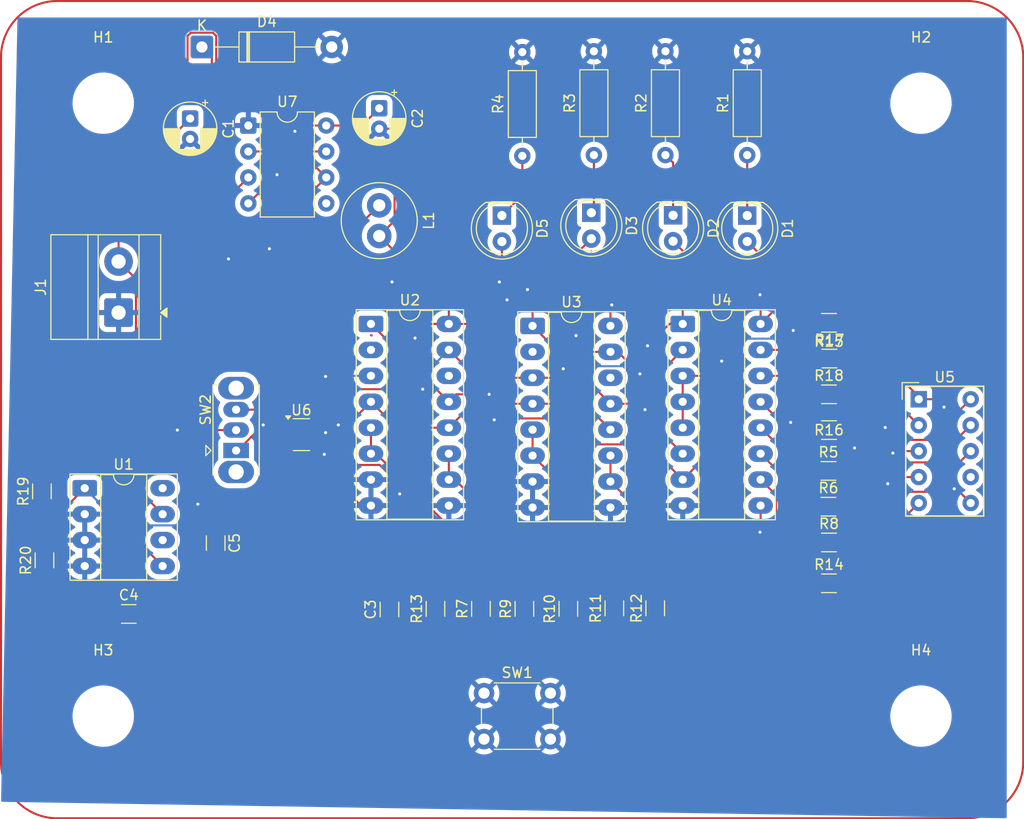
<source format=kicad_pcb>
(kicad_pcb (version 20241229) (generator "pcbnew") (generator_version "9.0")
  (layers (0 "F.Cu" signal) (2 "B.Cu" signal) (13 "F.Paste" user) (15 "B.Paste" user) (5 "F.SilkS" user "F.Silkscreen") (7 "B.SilkS" user "B.Silkscreen") (1 "F.Mask" user) (3 "B.Mask" user) (25 "Edge.Cuts" user))
  (net 0 "")
  (net 1 "VD")
  (net 2 "GND")
  (net 3 "+5V")
  (net 4 "Net-(D1-K)")
  (net 5 "Q0")
  (net 6 "Q1")
  (net 7 "Net-(D2-K)")
  (net 8 "Q2")
  (net 9 "Net-(D3-K)")
  (net 10 "Net-(D4-K)")
  (net 11 "Net-(D5-K)")
  (net 12 "Q3")
  (net 15 "Clock")
  (net 17 "Reset")
  (net 18 "Net-(U2A-J)")
  (net 19 "Net-(U2B-J)")
  (net 23 "Net-(U3B-J)")
  (net 24 "Net-(U3A-J)")
  (net 25 "Net-(U5-B)")
  (net 26 "Net-(U5-E)")
  (net 27 "Net-(U5-F)")
  (net 28 "Net-(U5-G)")
  (net 29 "Net-(U5-C)")
  (net 30 "Net-(U5-A)")
  (net 31 "Net-(U5-D)")
  (net 33 "Net-(U7-DIS)")
  (net 35 "Net-(U7-THR)")
  (net 36 "555")
  (net 37 "Net-(SW2-A)")
  (net 38 "Net-(U4-a)")
  (net 39 "Net-(U4-b)")
  (net 40 "Net-(U4-c)")
  (net 41 "Net-(R13-Pad1)")
  (net 42 "Net-(U4-d)")
  (net 43 "Net-(U4-BI)")
  (net 44 "Net-(U4-e)")
  (net 45 "Net-(U4-f)")
  (net 46 "Net-(U4-g)")
  (footprint "Inductor_THT:L_Radial_D7.2mm_P3.00mm_Murata_1700" (layer "F.Cu") (at 147 70 -90)
    (property "Reference" "L1")
    (property "Value" "330u")
  )
  (footprint "Diode_THT:D_DO-41_SOD81_P12.70mm_Horizontal" (layer "F.Cu") (at 129.65 54.5)
    (property "Reference" "D4")
    (property "Value" "11DQ06")
  )
  (footprint "Package_TO_SOT_SMD:SOT-23-6" (layer "F.Cu") (at 139.3875 92.45)
    (property "Reference" "U6")
    (property "Value" "~")
  )
  (footprint "Resistor_SMD:R_1206_3216Metric_Pad1.30x1.75mm_HandSolder" (layer "F.Cu") (at 190.95 96)
    (property "Reference" "R5")
    (property "Value" "2k")
  )
  (footprint "Package_DIP:DIP-8_W7.62mm_Socket_LongPads" (layer "F.Cu") (at 118.19 97.69)
    (property "Reference" "U1")
    (property "Value" "LM2574N-5")
  )
  (footprint "Resistor_SMD:R_1206_3216Metric_Pad1.30x1.75mm_HandSolder" (layer "F.Cu") (at 114 98 90)
    (property "Reference" "R19")
    (property "Value" "47k")
  )
  (footprint "Resistor_SMD:R_1206_3216Metric_Pad1.30x1.75mm_HandSolder" (layer "F.Cu") (at 156.95 109.5 90)
    (property "Reference" "R7")
    (property "Value" "10k")
  )
  (footprint "Button_Switch_THT:SW_Slide_SPDT_Straight_CK_OS102011MS2Q" (layer "F.Cu") (at 133 94 90)
    (property "Reference" "SW2")
    (property "Value" "~")
  )
  (footprint "Package_DIP:DIP-16_W7.62mm_Socket_LongPads" (layer "F.Cu") (at 146.19 81.61)
    (property "Reference" "U2")
    (property "Value" "4027")
  )
  (footprint "Display_7Segment:HDSP-7401" (layer "F.Cu") (at 199.7825 88.9825)
    (property "Reference" "U5")
    (property "Value" "HDSP-7401")
  )
  (footprint "Resistor_SMD:R_1206_3216Metric_Pad1.30x1.75mm_HandSolder" (layer "F.Cu") (at 191 92)
    (property "Reference" "R16")
    (property "Value" "2k")
  )
  (footprint "Resistor_SMD:R_1206_3216Metric_Pad1.30x1.75mm_HandSolder" (layer "F.Cu") (at 114.25 104.75 90)
    (property "Reference" "R20")
    (property "Value" "47k")
  )
  (footprint "Resistor_THT:R_Axial_DIN0207_L6.3mm_D2.5mm_P10.16mm_Horizontal" (layer "F.Cu") (at 161 65.16 90)
    (property "Reference" "R4")
    (property "Value" "4k7")
  )
  (footprint "Package_DIP:DIP-8_W7.62mm" (layer "F.Cu") (at 134.195 62.19)
    (property "Reference" "U7")
    (property "Value" "NE555P")
  )
  (footprint "Resistor_THT:R_Axial_DIN0207_L6.3mm_D2.5mm_P10.16mm_Horizontal" (layer "F.Cu") (at 168 65.08 90)
    (property "Reference" "R3")
    (property "Value" "4k7")
  )
  (footprint "Resistor_SMD:R_1206_3216Metric_Pad1.30x1.75mm_HandSolder" (layer "F.Cu") (at 191.05 85)
    (property "Reference" "R17")
    (property "Value" "2k")
  )
  (footprint "Button_Switch_THT:SW_PUSH_6mm_H4.3mm" (layer "F.Cu") (at 157.25 117.75)
    (property "Reference" "SW1")
    (property "Value" "~")
  )
  (footprint "Resistor_SMD:R_1206_3216Metric_Pad1.30x1.75mm_HandSolder" (layer "F.Cu") (at 191 107)
    (property "Reference" "R14")
    (property "Value" "2k")
  )
  (footprint "Resistor_SMD:R_1206_3216Metric_Pad1.30x1.75mm_HandSolder" (layer "F.Cu") (at 170 109.45 90)
    (property "Reference" "R11")
    (property "Value" "10k")
  )
  (footprint "LED_THT:LED_D5.0mm" (layer "F.Cu") (at 167.75 70.725 -90)
    (property "Reference" "D3")
    (property "Value" "LED")
  )
  (footprint "LED_THT:LED_D5.0mm" (layer "F.Cu") (at 175.75 70.975 -90)
    (property "Reference" "D2")
    (property "Value" "LED")
  )
  (footprint "Package_DIP:DIP-16_W7.62mm_Socket_LongPads" (layer "F.Cu") (at 162 81.8)
    (property "Reference" "U3")
    (property "Value" "4027")
  )
  (footprint "Capacitor_SMD:C_1206_3216Metric_Pad1.33x1.80mm_HandSolder" (layer "F.Cu") (at 131 103.0625 -90)
    (property "Reference" "C5")
    (property "Value" "10u")
  )
  (footprint "Capacitor_SMD:C_1206_3216Metric_Pad1.33x1.80mm_HandSolder" (layer "F.Cu") (at 148 109.5625 90)
    (property "Reference" "C3")
    (property "Value" "1u")
  )
  (footprint "Resistor_SMD:R_1206_3216Metric_Pad1.30x1.75mm_HandSolder" (layer "F.Cu") (at 191 103)
    (property "Reference" "R8")
    (property "Value" "2k")
  )
  (footprint "MountingHole:MountingHole_5.5mm" (layer "F.Cu") (at 120 120)
    (property "Reference" "H3")
    (property "Value" "MountingHole")
  )
  (footprint "Resistor_SMD:R_1206_3216Metric_Pad1.30x1.75mm_HandSolder" (layer "F.Cu") (at 152.5 109.5 90)
    (property "Reference" "R13")
    (property "Value" "2k")
  )
  (footprint "Resistor_THT:R_Axial_DIN0207_L6.3mm_D2.5mm_P10.16mm_Horizontal" (layer "F.Cu") (at 175 65.08 90)
    (property "Reference" "R2")
    (property "Value" "4k7")
  )
  (footprint "MountingHole:MountingHole_5.5mm" (layer "F.Cu") (at 120 60)
    (property "Reference" "H1")
    (property "Value" "MountingHole")
  )
  (footprint "Capacitor_SMD:C_1206_3216Metric_Pad1.33x1.80mm_HandSolder" (layer "F.Cu") (at 122.5 110)
    (property "Reference" "C4")
    (property "Value" "100n")
  )
  (footprint "Package_DIP:DIP-16_W7.62mm_Socket_LongPads" (layer "F.Cu") (at 176.69 81.61)
    (property "Reference" "U4")
    (property "Value" "74LS47")
  )
  (footprint "MountingHole:MountingHole_5.5mm" (layer "F.Cu") (at 200 60)
    (property "Reference" "H2")
    (property "Value" "MountingHole")
  )
  (footprint "Resistor_SMD:R_1206_3216Metric_Pad1.30x1.75mm_HandSolder" (layer "F.Cu") (at 161.2 109.5 90)
    (property "Reference" "R9")
    (property "Value" "10k")
  )
  (footprint "LED_THT:LED_D5.0mm" (layer "F.Cu") (at 183 71 -90)
    (property "Reference" "D1")
    (property "Value" "LED")
  )
  (footprint "Resistor_SMD:R_1206_3216Metric_Pad1.30x1.75mm_HandSolder" (layer "F.Cu") (at 191 88.5)
    (property "Reference" "R18")
    (property "Value" "2k")
  )
  (footprint "Resistor_SMD:R_1206_3216Metric_Pad1.30x1.75mm_HandSolder" (layer "F.Cu") (at 191 81.5 180)
    (property "Reference" "R15")
    (property "Value" "10k")
  )
  (footprint "Resistor_THT:R_Axial_DIN0207_L6.3mm_D2.5mm_P10.16mm_Horizontal" (layer "F.Cu") (at 183 65.08 90)
    (property "Reference" "R1")
    (property "Value" "4k7")
  )
  (footprint "Capacitor_THT:CP_Radial_D5.0mm_P2.00mm" (layer "F.Cu") (at 128.5 61.5 -90)
    (property "Reference" "C1")
    (property "Value" "22u")
  )
  (footprint "Resistor_SMD:R_1206_3216Metric_Pad1.30x1.75mm_HandSolder" (layer "F.Cu") (at 165.5 109.5 90)
    (property "Reference" "R10")
    (property "Value" "10k")
  )
  (footprint "Capacitor_THT:CP_Radial_D5.0mm_P2.00mm" (layer "F.Cu") (at 147 60.5 -90)
    (property "Reference" "C2")
    (property "Value" "220u")
  )
  (footprint "LED_THT:LED_D5.0mm" (layer "F.Cu") (at 159 71 -90)
    (property "Reference" "D5")
    (property "Value" "LED")
  )
  (footprint "Resistor_SMD:R_1206_3216Metric_Pad1.30x1.75mm_HandSolder" (layer "F.Cu") (at 174 109.45 90)
    (property "Reference" "R12")
    (property "Value" "10k")
  )
  (footprint "TerminalBlock_MetzConnect:TerminalBlock_MetzConnect_Type011_RT05502HBLC_1x02_P5.00mm_Horizontal" (layer "F.Cu") (at 121.5 80.5 90)
    (property "Reference" "J1")
    (property "Value" "~")
  )
  (footprint "MountingHole:MountingHole_5.5mm" (layer "F.Cu") (at 200 120)
    (property "Reference" "H4")
    (property "Value" "MountingHole")
  )
  (footprint "Resistor_SMD:R_1206_3216Metric_Pad1.30x1.75mm_HandSolder" (layer "F.Cu") (at 190.95 99.5)
    (property "Reference" "R6")
    (property "Value" "2k")
  )
  (gr_arc (start 110 55.5) (mid 111.610913 51.610913) (end 115.5 50) (stroke (width 0.2)) (layer "F.Cu") (net 33))
  (gr_arc (start 210 124.5) (mid 208.389087 128.389087) (end 204.5 130) (stroke (width 0.2)) (layer "F.Cu") (net 33))
  (gr_line (start 204.5 130) (end 115.5 130) (stroke (width 0.2)) (layer "F.Cu") (net 33))
  (gr_arc (start 204.5 50) (mid 208.389087 51.610913) (end 210 55.5) (stroke (width 0.2)) (layer "F.Cu") (net 33))
  (gr_line (start 210 55.5) (end 210 124.5) (stroke (width 0.2)) (layer "F.Cu") (net 33))
  (gr_line (start 115.5 50) (end 204.5 50) (stroke (width 0.2)) (layer "F.Cu") (net 33))
  (gr_arc (start 115.5 130) (mid 111.610913 128.389087) (end 110 124.5) (stroke (width 0.2)) (layer "F.Cu") (net 33))
  (gr_line (start 110 124.5) (end 110 55.5) (stroke (width 0.2)) (layer "F.Cu") (net 33))
  (segment (start 146.25 82.75) (end 146.25 82.711) (width 0.2) (layer "F.Cu") (net 0))
  (segment (start 167.75 74.5) (end 167.75 74.466) (width 0.2) (layer "F.Cu") (net 0))
  (segment (start 146.25 82.711) (end 146.19 82.711) (width 0.2) (layer "F.Cu") (net 0))
  (segment (start 121.5 75.5) (end 121.5 68.5) (width 0.2) (layer "F.Cu") (net 1))
  (segment (start 121.5 75.5) (end 123.201 77.201) (width 0.2) (layer "F.Cu") (net 1))
  (segment (start 121.5 68.5) (end 128.5 61.5) (width 0.2) (layer "F.Cu") (net 1))
  (segment (start 123.201 102.701) (end 125.81 105.31) (width 0.2) (layer "F.Cu") (net 1))
  (segment (start 123.201 77.201) (end 123.201 102.701) (width 0.2) (layer "F.Cu") (net 1))
  (segment (start 122.8615 111.201) (end 124.0625 110) (width 0.2) (layer "F.Cu") (net 2))
  (segment (start 139.5 93.679468) (end 142.670532 96.85) (width 0.2) (layer "F.Cu") (net 2))
  (segment (start 148 114.75) (end 148 111.125) (width 0.2) (layer "F.Cu") (net 2))
  (segment (start 147 62.5) (end 153.5 62.5) (width 0.2) (layer "F.Cu") (net 2))
  (segment (start 142.670532 96.85) (end 145.210532 99.39) (width 0.2) (layer "F.Cu") (net 2))
  (segment (start 138.604468 92.45) (end 139.5 93.345532) (width 0.2) (layer "F.Cu") (net 2))
  (segment (start 124.0625 110) (end 125.625 110) (width 0.2) (layer "F.Cu") (net 2))
  (segment (start 142.670532 96.85) (end 146.19 96.85) (width 0.2) (layer "F.Cu") (net 2))
  (segment (start 118.19 105.31) (end 118.19 109.10116) (width 0.2) (layer "F.Cu") (net 2))
  (segment (start 153.5 62.5) (end 161 55) (width 0.2) (layer "F.Cu") (net 2))
  (segment (start 157.25 117.75) (end 154.25 114.75) (width 0.2) (layer "F.Cu") (net 2))
  (segment (start 139.5 93.345532) (end 139.5 93.679468) (width 0.2) (layer "F.Cu") (net 2))
  (segment (start 138.25 92.45) (end 138.604468 92.45) (width 0.2) (layer "F.Cu") (net 2))
  (segment (start 125.625 110) (end 131 104.625) (width 0.2) (layer "F.Cu") (net 2))
  (segment (start 145.210532 99.39) (end 146.19 99.39) (width 0.2) (layer "F.Cu") (net 2))
  (segment (start 120.28984 111.201) (end 122.8615 111.201) (width 0.2) (layer "F.Cu") (net 2))
  (segment (start 118.19 109.10116) (end 120.28984 111.201) (width 0.2) (layer "F.Cu") (net 2))
  (segment (start 154.25 114.75) (end 148 114.75) (width 0.2) (layer "F.Cu") (net 2))
  (segment (start 141.815 62.19) (end 144 62.19) (width 0.2) (layer "F.Cu") (net 3))
  (segment (start 184.31 81.61) (end 184.31 78.81) (width 0.2) (layer "F.Cu") (net 3))
  (segment (start 169.75 79.75) (end 169.62 79.88) (width 0.2) (layer "F.Cu") (net 3))
  (segment (start 137 67.005) (end 137 67) (width 0.2) (layer "F.Cu") (net 3))
  (segment (start 139.56 62.19) (end 141.815 62.19) (width 0.2) (layer "F.Cu") (net 3))
  (segment (start 185.75 80.17) (end 184.31 81.61) (width 0.2) (layer "F.Cu") (net 3))
  (segment (start 153.81 81.61) (end 151.89 81.61) (width 0.2) (layer "F.Cu") (net 3))
  (segment (start 147 73) (end 148.501 71.499) (width 0.2) (layer "F.Cu") (net 3))
  (segment (start 153.81 79.81) (end 153.81 81.61) (width 0.2) (layer "F.Cu") (net 3))
  (segment (start 161.2 111.05) (end 165.5 111.05) (width 0.2) (layer "F.Cu") (net 3))
  (segment (start 170 111) (end 174 111) (width 0.2) (layer "F.Cu") (net 3))
  (segment (start 114 99.55) (end 116.33 99.55) (width 0.2) (layer "F.Cu") (net 3))
  (segment (start 138.75 62.75) (end 139 62.75) (width 0.2) (layer "F.Cu") (net 3))
  (segment (start 151.89 81.61) (end 150.5 83) (width 0.2) (layer "F.Cu") (net 3))
  (segment (start 140.879468 92.45) (end 140.525 92.45) (width 0.2) (layer "F.Cu") (net 3))
  (segment (start 139 62.75) (end 139.56 62.19) (width 0.2) (layer "F.Cu") (net 3))
  (segment (start 148.501 66.691) (end 144 62.19) (width 0.2) (layer "F.Cu") (net 3))
  (segment (start 201.4825 88.9825) (end 199.7825 88.9825) (width 0.2) (layer "F.Cu") (net 3))
  (segment (start 140.525 92.45) (end 141.55 92.45) (width 0.2) (layer "F.Cu") (net 3))
  (segment (start 116.33 99.55) (end 118.19 97.69) (width 0.2) (layer "F.Cu") (net 3))
  (segment (start 149 97.36495) (end 148.942525 97.307475) (width 0.2) (layer "F.Cu") (net 3))
  (segment (start 156.95 107.95) (end 158.1 107.95) (width 0.2) (layer "F.Cu") (net 3))
  (segment (start 185.75 79.5) (end 185.75 80.17) (width 0.2) (layer "F.Cu") (net 3))
  (segment (start 148.942525 97.307475) (end 147.046049 95.411) (width 0.2) (layer "F.Cu") (net 3))
  (segment (start 120.9375 100.4375) (end 118.19 97.69) (width 0.2) (layer "F.Cu") (net 3))
  (segment (start 149 98.25) (end 149 97.36495) (width 0.2) (layer "F.Cu") (net 3))
  (segment (start 165.5 111.05) (end 165.55 111.05) (width 0.2) (layer "F.Cu") (net 3))
  (segment (start 184.31 78.81) (end 184.25 78.75) (width 0.2) (layer "F.Cu") (net 3))
  (segment (start 165.6 111) (end 170 111) (width 0.2) (layer "F.Cu") (net 3))
  (segment (start 165.55 111.05) (end 165.6 111) (width 0.2) (layer "F.Cu") (net 3))
  (segment (start 199.7825 88.7325) (end 199.7825 88.9825) (width 0.2) (layer "F.Cu") (net 3))
  (segment (start 145.31 62.19) (end 147 60.5) (width 0.2) (layer "F.Cu") (net 3))
  (segment (start 153.81 81.61) (end 157.14 81.61) (width 0.2) (layer "F.Cu") (net 3))
  (segment (start 202.25 89.75) (end 201.4825 88.9825) (width 0.2) (layer "F.Cu") (net 3))
  (segment (start 156.95 107.95) (end 156.95 105.314951) (width 0.2) (layer "F.Cu") (net 3))
  (segment (start 143.840468 95.411) (end 140.879468 92.45) (width 0.2) (layer "F.Cu") (net 3))
  (segment (start 192.55 81.5) (end 199.7825 88.7325) (width 0.2) (layer "F.Cu") (net 3))
  (segment (start 156.95 105.314951) (end 148.942525 97.307475) (width 0.2) (layer "F.Cu") (net 3))
  (segment (start 158.1 107.95) (end 161.2 111.05) (width 0.2) (layer "F.Cu") (net 3))
  (segment (start 120.9375 110) (end 120.9375 100.4375) (width 0.2) (layer "F.Cu") (net 3))
  (segment (start 203.47 97.75) (end 203.25 97.75) (width 0.2) (layer "F.Cu") (net 3))
  (segment (start 192.55 81.5) (end 190.55 79.5) (width 0.2) (layer "F.Cu") (net 3))
  (segment (start 148.501 71.499) (end 148.501 66.691) (width 0.2) (layer "F.Cu") (net 3))
  (segment (start 144 62.19) (end 145.31 62.19) (width 0.2) (layer "F.Cu") (net 3))
  (segment (start 157.14 81.61) (end 159.5 79.25) (width 0.2) (layer "F.Cu") (net 3))
  (segment (start 169.62 79.88) (end 169.62 81.8) (width 0.2) (layer "F.Cu") (net 3))
  (segment (start 141.55 92.45) (end 141.75 92.25) (width 0.2) (layer "F.Cu") (net 3))
  (segment (start 147.046049 95.411) (end 143.840468 95.411) (width 0.2) (layer "F.Cu") (net 3))
  (segment (start 204.8625 99.1425) (end 203.47 97.75) (width 0.2) (layer "F.Cu") (net 3))
  (segment (start 134.195 69.81) (end 137 67.005) (width 0.2) (layer "F.Cu") (net 3))
  (segment (start 147 73) (end 153.81 79.81) (width 0.2) (layer "F.Cu") (net 3))
  (segment (start 190.55 79.5) (end 185.75 79.5) (width 0.2) (layer "F.Cu") (net 3))
  (via (at 149 98.25) (size 0.6) (drill 0.3) (layers "F.Cu" "B.Cu") (net 3))
  (via (at 203.25 97.75) (size 0.6) (drill 0.3) (layers "F.Cu" "B.Cu") (net 3))
  (via (at 150.5 83) (size 0.6) (drill 0.3) (layers "F.Cu" "B.Cu") (net 3))
  (via (at 137 67) (size 0.6) (drill 0.3) (layers "F.Cu" "B.Cu") (net 3))
  (via (at 169.75 79.75) (size 0.6) (drill 0.3) (layers "F.Cu" "B.Cu") (net 3))
  (via (at 138.75 62.75) (size 0.6) (drill 0.3) (layers "F.Cu" "B.Cu") (net 3))
  (via (at 184.25 78.75) (size 0.6) (drill 0.3) (layers "F.Cu" "B.Cu") (net 3))
  (via (at 141.75 92.25) (size 0.6) (drill 0.3) (layers "F.Cu" "B.Cu") (net 3))
  (via (at 202.25 89.75) (size 0.6) (drill 0.3) (layers "F.Cu" "B.Cu") (net 3))
  (via (at 159.5 79.25) (size 0.6) (drill 0.3) (layers "F.Cu" "B.Cu") (net 3))
  (segment (start 137 67) (end 138.75 65.25) (width 0.2) (layer "B.Cu") (net 3))
  (segment (start 184.25 78.75) (end 170.75 78.75) (width 0.2) (layer "B.Cu") (net 3))
  (segment (start 203.25 97.75) (end 202.25 96.75) (width 0.2) (layer "B.Cu") (net 3))
  (segment (start 150.5 83) (end 150.5 96.75) (width 0.2) (layer "B.Cu") (net 3))
  (segment (start 138.75 65.25) (end 138.75 62.75) (width 0.2) (layer "B.Cu") (net 3))
  (segment (start 167.649 77.649) (end 169.75 79.75) (width 0.2) (layer "B.Cu") (net 3))
  (segment (start 161.101 77.649) (end 167.649 77.649) (width 0.2) (layer "B.Cu") (net 3))
  (segment (start 141.75 92.25) (end 132.669 101.331) (width 0.2) (layer "B.Cu") (net 3))
  (segment (start 132.669 101.331) (end 121.831 101.331) (width 0.2) (layer "B.Cu") (net 3))
  (segment (start 121.831 101.331) (end 118.19 97.69) (width 0.2) (layer "B.Cu") (net 3))
  (segment (start 170.75 78.75) (end 169.75 79.75) (width 0.2) (layer "B.Cu") (net 3))
  (segment (start 150.5 96.75) (end 149 98.25) (width 0.2) (layer "B.Cu") (net 3))
  (segment (start 159.5 79.25) (end 161.101 77.649) (width 0.2) (layer "B.Cu") (net 3))
  (segment (start 202.25 96.75) (end 202.25 89.75) (width 0.2) (layer "B.Cu") (net 3))
  (segment (start 183 65.08) (end 183 71) (width 0.2) (layer "F.Cu") (net 4))
  (segment (start 164.021951 90.859) (end 166.561951 93.399) (width 0.2) (layer "F.Cu") (net 5))
  (segment (start 182.25 91.29) (end 182.25 79.25) (width 0.2) (layer "F.Cu") (net 5))
  (segment (start 185.75 75.75) (end 185.21 75.75) (width 0.2) (layer "F.Cu") (net 5))
  (segment (start 158.391 90.859) (end 164.021951 90.859) (width 0.2) (layer "F.Cu") (net 5))
  (segment (start 158.25 91) (end 158.391 90.859) (width 0.2) (layer "F.Cu") (net 5))
  (segment (start 173.239 93.399) (end 176.69 96.85) (width 0.2) (layer "F.Cu") (net 5))
  (segment (start 153.81 89.23) (end 154.54 88.5) (width 0.2) (layer "F.Cu") (net 5))
  (segment (start 182.25 79.25) (end 185.75 75.75) (width 0.2) (layer "F.Cu") (net 5))
  (segment (start 185.21 75.75) (end 183 73.54) (width 0.2) (layer "F.Cu") (net 5))
  (segment (start 146.19 81.61) (end 153.81 89.23) (width 0.2) (layer "F.Cu") (net 5))
  (segment (start 154.54 88.5) (end 157.75 88.5) (width 0.2) (layer "F.Cu") (net 5))
  (segment (start 176.69 96.85) (end 182.25 91.29) (width 0.2) (layer "F.Cu") (net 5))
  (segment (start 166.561951 93.399) (end 173.239 93.399) (width 0.2) (layer "F.Cu") (net 5))
  (via (at 158.25 91) (size 0.6) (drill 0.3) (layers "F.Cu" "B.Cu") (net 5))
  (via (at 157.75 88.5) (size 0.6) (drill 0.3) (layers "F.Cu" "B.Cu") (net 5))
  (segment (start 157.75 90.5) (end 158 90.75) (width 0.2) (layer "B.Cu") (net 5))
  (segment (start 157.75 88.5) (end 157.75 90.5) (width 0.2) (layer "B.Cu") (net 5))
  (segment (start 158 90.75) (end 158.25 91) (width 0.2) (layer "B.Cu") (net 5))
  (segment (start 162 86.88) (end 164.12 86.88) (width 0.2) (layer "F.Cu") (net 6))
  (segment (start 156.91 87.25) (end 158.25 87.25) (width 0.2) (layer "F.Cu") (net 6))
  (segment (start 158.25 87.25) (end 158.62 86.88) (width 0.2) (layer "F.Cu") (net 6))
  (segment (start 176.69 74.455) (end 176.69 81.61) (width 0.2) (layer "F.Cu") (net 6))
  (segment (start 158.62 86.88) (end 162 86.88) (width 0.2) (layer "F.Cu") (net 6))
  (segment (start 164.12 86.88) (end 165 86) (width 0.2) (layer "F.Cu") (net 6))
  (segment (start 144.025 88) (end 151.25 88) (width 0.2) (layer "F.Cu") (net 6))
  (segment (start 173.25 83.75) (end 175.39 81.61) (width 0.2) (layer "F.Cu") (net 6))
  (segment (start 175.75 73.515) (end 176.69 74.455) (width 0.2) (layer "F.Cu") (net 6))
  (segment (start 175.39 81.61) (end 176.69 81.61) (width 0.2) (layer "F.Cu") (net 6))
  (segment (start 153.81 84.15) (end 156.91 87.25) (width 0.2) (layer "F.Cu") (net 6))
  (segment (start 140.525 91.5) (end 144.025 88) (width 0.2) (layer "F.Cu") (net 6))
  (via (at 165 86) (size 0.6) (drill 0.3) (layers "F.Cu" "B.Cu") (net 6))
  (via (at 151.25 88) (size 0.6) (drill 0.3) (layers "F.Cu" "B.Cu") (net 6))
  (via (at 173.25 83.75) (size 0.6) (drill 0.3) (layers "F.Cu" "B.Cu") (net 6))
  (segment (start 165.25 85.75) (end 171.25 85.75) (width 0.2) (layer "B.Cu") (net 6))
  (segment (start 151.25 88) (end 151.25 86.71) (width 0.2) (layer "B.Cu") (net 6))
  (segment (start 171.25 85.75) (end 173.25 83.75) (width 0.2) (layer "B.Cu") (net 6))
  (segment (start 151.25 86.71) (end 153.81 84.15) (width 0.2) (layer "B.Cu") (net 6))
  (segment (start 165 86) (end 165.25 85.75) (width 0.2) (layer "B.Cu") (net 6))
  (segment (start 175.75 65.83) (end 175 65.08) (width 0.2) (layer "F.Cu") (net 7))
  (segment (start 175.75 70.975) (end 175.75 65.83) (width 0.2) (layer "F.Cu") (net 7))
  (segment (start 169.62 89.42) (end 171.42 89.42) (width 0.2) (layer "F.Cu") (net 8))
  (segment (start 162 81.8) (end 169.62 89.42) (width 0.2) (layer "F.Cu") (net 8))
  (segment (start 171.42 89.42) (end 176.69 84.15) (width 0.2) (layer "F.Cu") (net 8))
  (segment (start 167.75 73.265) (end 162 79.015) (width 0.2) (layer "F.Cu") (net 8))
  (segment (start 162 79.015) (end 162 81.8) (width 0.2) (layer "F.Cu") (net 8))
  (segment (start 168 65.08) (end 168 70.475) (width 0.2) (layer "F.Cu") (net 9))
  (segment (start 168 70.475) (end 167.75 70.725) (width 0.2) (layer "F.Cu") (net 9))
  (segment (start 135 76.25) (end 140.75 76.25) (width 0.2) (layer "F.Cu") (net 10))
  (segment (start 125.81 100.23) (end 124.25 98.67) (width 0.2) (layer "F.Cu") (net 10))
  (segment (start 130.625 80.625) (end 135 76.25) (width 0.2) (layer "F.Cu") (net 10))
  (segment (start 129.65 54.5) (end 130.625 55.475) (width 0.2) (layer "F.Cu") (net 10))
  (segment (start 124.25 87) (end 130.625 80.625) (width 0.2) (layer "F.Cu") (net 10))
  (segment (start 140.75 76.25) (end 147 70) (width 0.2) (layer "F.Cu") (net 10))
  (segment (start 124.25 98.67) (end 124.25 87) (width 0.2) (layer "F.Cu") (net 10))
  (segment (start 130.625 55.475) (end 130.625 80.625) (width 0.2) (layer "F.Cu") (net 10))
  (segment (start 161 69) (end 159 71) (width 0.2) (layer "F.Cu") (net 11))
  (segment (start 161 65.16) (end 161 69) (width 0.2) (layer "F.Cu") (net 11))
  (segment (start 158.75 77.5) (end 159 77.25) (width 0.2) (layer "F.Cu") (net 12))
  (segment (start 173 90) (end 173 90.62) (width 0.2) (layer "F.Cu") (net 12))
  (segment (start 169.62 84.34) (end 170.34 84.34) (width 0.2) (layer "F.Cu") (net 12))
  (segment (start 142.75 87) (end 142.75 77.75) (width 0.2) (layer "F.Cu") (net 12))
  (segment (start 159 77.25) (end 159 73.54) (width 0.2) (layer "F.Cu") (net 12))
  (segment (start 143 77.5) (end 148.25 77.5) (width 0.2) (layer "F.Cu") (net 12))
  (segment (start 142.75 77.75) (end 143 77.5) (width 0.2) (layer "F.Cu") (net 12))
  (segment (start 167.84 84.34) (end 169.62 84.34) (width 0.2) (layer "F.Cu") (net 12))
  (segment (start 138.25 91.5) (end 142.75 87) (width 0.2) (layer "F.Cu") (net 12))
  (segment (start 173 90.62) (end 176.69 94.31) (width 0.2) (layer "F.Cu") (net 12))
  (segment (start 170.34 84.34) (end 172.5 86.5) (width 0.2) (layer "F.Cu") (net 12))
  (segment (start 166.25 82.75) (end 167.84 84.34) (width 0.2) (layer "F.Cu") (net 12))
  (segment (start 159.5 78.25) (end 161.5 78.25) (width 0.2) (layer "F.Cu") (net 12))
  (segment (start 158.75 77.5) (end 159.5 78.25) (width 0.2) (layer "F.Cu") (net 12))
  (via (at 166.25 82.75) (size 0.6) (drill 0.3) (layers "F.Cu" "B.Cu") (net 12))
  (via (at 158.75 77.5) (size 0.6) (drill 0.3) (layers "F.Cu" "B.Cu") (net 12))
  (via (at 148.25 77.5) (size 0.6) (drill 0.3) (layers "F.Cu" "B.Cu") (net 12))
  (via (at 172.5 86.5) (size 0.6) (drill 0.3) (layers "F.Cu" "B.Cu") (net 12))
  (via (at 161.5 78.25) (size 0.6) (drill 0.3) (layers "F.Cu" "B.Cu") (net 12))
  (via (at 173 90) (size 0.6) (drill 0.3) (layers "F.Cu" "B.Cu") (net 12))
  (segment (start 148.25 77.5) (end 158.75 77.5) (width 0.2) (layer "B.Cu") (net 12))
  (segment (start 173 87) (end 173 90) (width 0.2) (layer "B.Cu") (net 12))
  (segment (start 172.5 86.5) (end 173 87) (width 0.2) (layer "B.Cu") (net 12))
  (segment (start 161.5 78.25) (end 166 82.75) (width 0.2) (layer "B.Cu") (net 12))
  (segment (start 166 82.75) (end 166.25 82.75) (width 0.2) (layer "B.Cu") (net 12))
  (segment (start 156.95 111.05) (end 154.75 108.85) (width 0.2) (layer "F.Cu") (net 15))
  (segment (start 138.25 93.4) (end 137.587501 93.4) (width 0.2) (layer "F.Cu") (net 15))
  (segment (start 154.75 108.85) (end 154.75 105.25) (width 0.2) (layer "F.Cu") (net 15))
  (segment (start 137.587501 93.4) (end 137.2865 93.098999) (width 0.2) (layer "F.Cu") (net 15))
  (segment (start 133 94) (end 133.15 94) (width 0.2) (layer "F.Cu") (net 15))
  (segment (start 138.25 93.75) (end 137.9 93.4) (width 0.2) (layer "F.Cu") (net 15))
  (segment (start 137.2865 93.098999) (end 137.2865 91.159032) (width 0.2) (layer "F.Cu") (net 15))
  (segment (start 133.15 94) (end 135.65 91.5) (width 0.2) (layer "F.Cu") (net 15))
  (segment (start 137.2865 91.159032) (end 141.695532 86.75) (width 0.2) (layer "F.Cu") (net 15))
  (segment (start 138.25 93.75) (end 138.25 93.4) (width 0.2) (layer "F.Cu") (net 15))
  (segment (start 154.75 105.25) (end 146 105.25) (width 0.2) (layer "F.Cu") (net 15))
  (segment (start 146 105.25) (end 138.25 97.5) (width 0.2) (layer "F.Cu") (net 15))
  (segment (start 141.695532 86.75) (end 141.75 86.75) (width 0.2) (layer "F.Cu") (net 15))
  (segment (start 138.25 97.5) (end 138.25 93.75) (width 0.2) (layer "F.Cu") (net 15))
  (via (at 141.75 86.75) (size 0.6) (drill 0.3) (layers "F.Cu" "B.Cu") (net 15))
  (via (at 135.65 91.5) (size 0.6) (drill 0.3) (layers "F.Cu" "B.Cu") (net 15))
  (segment (start 141.81 86.69) (end 146.19 86.69) (width 0.2) (layer "B.Cu") (net 15))
  (segment (start 140.4 86.75) (end 141.75 86.75) (width 0.2) (layer "B.Cu") (net 15))
  (segment (start 141.75 86.75) (end 141.81 86.69) (width 0.2) (layer "B.Cu") (net 15))
  (segment (start 135.65 91.5) (end 140.4 86.75) (width 0.2) (layer "B.Cu") (net 15))
  (segment (start 162 89.42) (end 167.08 89.42) (width 0.2) (layer "F.Cu") (net 17))
  (segment (start 146.19 89.23) (end 143.92 91.5) (width 0.2) (layer "F.Cu") (net 17))
  (segment (start 141.5 94.375) (end 140.525 93.4) (width 0.2) (layer "F.Cu") (net 17))
  (segment (start 153.81 91.77) (end 148.73 91.77) (width 0.2) (layer "F.Cu") (net 17))
  (segment (start 153.81 91.77) (end 156.16 89.42) (width 0.2) (layer "F.Cu") (net 17))
  (segment (start 141.625 94.375) (end 141.5 94.375) (width 0.2) (layer "F.Cu") (net 17))
  (segment (start 143.92 91.5) (end 143 91.5) (width 0.2) (layer "F.Cu") (net 17))
  (segment (start 156.16 89.42) (end 162 89.42) (width 0.2) (layer "F.Cu") (net 17))
  (segment (start 148.73 91.77) (end 146.19 89.23) (width 0.2) (layer "F.Cu") (net 17))
  (segment (start 167.08 89.42) (end 169.62 91.96) (width 0.2) (layer "F.Cu") (net 17))
  (via (at 143 91.5) (size 0.6) (drill 0.3) (layers "F.Cu" "B.Cu") (net 17))
  (via (at 141.625 94.375) (size 0.6) (drill 0.3) (layers "F.Cu" "B.Cu") (net 17))
  (segment (start 143 93) (end 141.625 94.375) (width 0.2) (layer "B.Cu") (net 17))
  (segment (start 143 91.5) (end 143 93) (width 0.2) (layer "B.Cu") (net 17))
  (segment (start 141.5 94.5) (end 141.625 94.375) (width 0.2) (layer "B.Cu") (net 17))
  (segment (start 160.325 107.95) (end 146.685 94.31) (width 0.2) (layer "F.Cu") (net 18))
  (segment (start 161.2 107.95) (end 160.325 107.95) (width 0.2) (layer "F.Cu") (net 18))
  (segment (start 146.19 91.77) (end 146.19 94.31) (width 0.2) (layer "F.Cu") (net 18))
  (segment (start 146.685 94.31) (end 146.19 94.31) (width 0.2) (layer "F.Cu") (net 18))
  (segment (start 153.81 96.85) (end 153.81 94.31) (width 0.2) (layer "F.Cu") (net 19))
  (segment (start 153.81 96.85) (end 154.4 96.85) (width 0.2) (layer "F.Cu") (net 19))
  (segment (start 154.4 96.85) (end 165.5 107.95) (width 0.2) (layer "F.Cu") (net 19))
  (segment (start 174 101.42) (end 169.62 97.04) (width 0.2) (layer "F.Cu") (net 23))
  (segment (start 174 107.9) (end 174 101.42) (width 0.2) (layer "F.Cu") (net 23))
  (segment (start 169.62 94.5) (end 169.62 97.04) (width 0.2) (layer "F.Cu") (net 23))
  (segment (start 166 102.75) (end 170 106.75) (width 0.2) (layer "F.Cu") (net 24))
  (segment (start 170 106.75) (end 170 107.9) (width 0.2) (layer "F.Cu") (net 24))
  (segment (start 166 98.5) (end 166 102.75) (width 0.2) (layer "F.Cu") (net 24))
  (segment (start 162 94.5) (end 166 98.5) (width 0.2) (layer "F.Cu") (net 24))
  (segment (start 162 94.5) (end 162 91.96) (width 0.2) (layer "F.Cu") (net 24))
  (segment (start 196.8365 95.1635) (end 201.2215 95.1635) (width 0.2) (layer "F.Cu") (net 25))
  (segment (start 192.5 99.5) (end 196.8365 95.1635) (width 0.2) (layer "F.Cu") (net 25))
  (segment (start 201.2215 95.1635) (end 204.8625 91.5225) (width 0.2) (layer "F.Cu") (net 25))
  (segment (start 192.55 92.8) (end 193.5 93.75) (width 0.2) (layer "F.Cu") (net 26))
  (segment (start 196.75 97.25) (end 197.3975 96.6025) (width 0.2) (layer "F.Cu") (net 26))
  (segment (start 192.55 92) (end 192.55 92.8) (width 0.2) (layer "F.Cu") (net 26))
  (segment (start 197.3975 96.6025) (end 199.7825 96.6025) (width 0.2) (layer "F.Cu") (net 26))
  (via (at 196.75 97.25) (size 0.6) (drill 0.3) (layers "F.Cu" "B.Cu") (net 26))
  (via (at 193.5 93.75) (size 0.6) (drill 0.3) (layers "F.Cu" "B.Cu") (net 26))
  (segment (start 196.75 97) (end 196.75 97.25) (width 0.2) (layer "B.Cu") (net 26))
  (segment (start 193.5 93.75) (end 196.75 97) (width 0.2) (layer "B.Cu") (net 26))
  (segment (start 193.26 85) (end 199.7825 91.5225) (width 0.2) (layer "F.Cu") (net 27))
  (segment (start 192.6 85) (end 193.26 85) (width 0.2) (layer "F.Cu") (net 27))
  (segment (start 197.4375 94.0625) (end 199.7825 94.0625) (width 0.2) (layer "F.Cu") (net 28))
  (segment (start 192.55 88.5) (end 193.25 88.5) (width 0.2) (layer "F.Cu") (net 28))
  (segment (start 197.25 94.25) (end 197.4375 94.0625) (width 0.2) (layer "F.Cu") (net 28))
  (segment (start 193.25 88.5) (end 196.5 91.75) (width 0.2) (layer "F.Cu") (net 28))
  (via (at 196.5 91.75) (size 0.6) (drill 0.3) (layers "F.Cu" "B.Cu") (net 28))
  (via (at 197.25 94.25) (size 0.6) (drill 0.3) (layers "F.Cu" "B.Cu") (net 28))
  (segment (start 196.5 91.75) (end 197.25 92.5) (width 0.2) (layer "B.Cu") (net 28))
  (segment (start 197.25 92.5) (end 197.25 94.25) (width 0.2) (layer "B.Cu") (net 28))
  (segment (start 197.5085 98.0415) (end 200.8835 98.0415) (width 0.2) (layer "F.Cu") (net 29))
  (segment (start 200.8835 98.0415) (end 204.8625 94.0625) (width 0.2) (layer "F.Cu") (net 29))
  (segment (start 192.55 103) (end 197.5085 98.0415) (width 0.2) (layer "F.Cu") (net 29))
  (segment (start 195.5385 92.9615) (end 200.8835 92.9615) (width 0.2) (layer "F.Cu") (net 30))
  (segment (start 200.8835 92.9615) (end 204.8625 88.9825) (width 0.2) (layer "F.Cu") (net 30))
  (segment (start 192.5 96) (end 195.5385 92.9615) (width 0.2) (layer "F.Cu") (net 30))
  (segment (start 192.55 107) (end 192.55 106.375) (width 0.2) (layer "F.Cu") (net 31))
  (segment (start 192.55 106.375) (end 199.7825 99.1425) (width 0.2) (layer "F.Cu") (net 31))
  (segment (start 128.249 56.21684) (end 114 70.46584) (width 0.2) (layer "F.Cu") (net 33))
  (segment (start 114 96.45) (end 112.824 97.626) (width 0.2) (layer "F.Cu") (net 33))
  (segment (start 139.880057 64.73) (end 131.051 55.900943) (width 0.2) (layer "F.Cu") (net 33))
  (segment (start 131.051 55.900943) (end 131.051 53.41484) (width 0.2) (layer "F.Cu") (net 33))
  (segment (start 128.56484 53.099) (end 128.249 53.41484) (width 0.2) (layer "F.Cu") (net 33))
  (segment (start 112.824 97.626) (end 112.824 104.874) (width 0.2) (layer "F.Cu") (net 33))
  (segment (start 131.051 53.41484) (end 130.73516 53.099) (width 0.2) (layer "F.Cu") (net 33))
  (segment (start 114 70.46584) (end 114 96.45) (width 0.2) (layer "F.Cu") (net 33))
  (segment (start 130.73516 53.099) (end 128.56484 53.099) (width 0.2) (layer "F.Cu") (net 33))
  (segment (start 112.824 104.874) (end 114.25 106.3) (width 0.2) (layer "F.Cu") (net 33))
  (segment (start 128.249 53.41484) (end 128.249 56.21684) (width 0.2) (layer "F.Cu") (net 33))
  (segment (start 141.815 64.73) (end 139.880057 64.73) (width 0.2) (layer "F.Cu") (net 33))
  (segment (start 134.195 64.73) (end 139.275 64.73) (width 0.2) (layer "F.Cu") (net 35))
  (segment (start 114.25 103.2) (end 115.781 104.731) (width 0.2) (layer "F.Cu") (net 35))
  (segment (start 115.781 104.731) (end 115.781 112.031) (width 0.2) (layer "F.Cu") (net 35))
  (segment (start 117 113.25) (end 133.75 113.25) (width 0.2) (layer "F.Cu") (net 35))
  (segment (start 129.25 99.25) (end 131 101) (width 0.2) (layer "F.Cu") (net 35))
  (segment (start 139.275 64.73) (end 141.815 67.27) (width 0.2) (layer "F.Cu") (net 35))
  (segment (start 136.25 72.835) (end 136.25 74.25) (width 0.2) (layer "F.Cu") (net 35))
  (segment (start 135.75 111.25) (end 135.75 106.25) (width 0.2) (layer "F.Cu") (net 35))
  (segment (start 131 101) (end 131 101.5) (width 0.2) (layer "F.Cu") (net 35))
  (segment (start 141.815 67.27) (end 136.25 72.835) (width 0.2) (layer "F.Cu") (net 35))
  (segment (start 133.75 113.25) (end 135.75 111.25) (width 0.2) (layer "F.Cu") (net 35))
  (segment (start 135.75 106.25) (end 131 101.5) (width 0.2) (layer "F.Cu") (net 35))
  (segment (start 115.781 112.031) (end 117 113.25) (width 0.2) (layer "F.Cu") (net 35))
  (via (at 136.25 74.25) (size 0.6) (drill 0.3) (layers "F.Cu" "B.Cu") (net 35))
  (via (at 129.25 99.25) (size 0.6) (drill 0.3) (layers "F.Cu" "B.Cu") (net 35))
  (segment (start 136.25 74.25) (end 129.25 81.25) (width 0.2) (layer "B.Cu") (net 35))
  (segment (start 129.25 81.25) (end 129.25 99.25) (width 0.2) (layer "B.Cu") (net 35))
  (segment (start 132.25 69.215) (end 132.25 75.25) (width 0.2) (layer "F.Cu") (net 36))
  (segment (start 134.195 67.27) (end 132.25 69.215) (width 0.2) (layer "F.Cu") (net 36))
  (segment (start 127.25 92) (end 133 92) (width 0.2) (layer "F.Cu") (net 36))
  (via (at 132.25 75.25) (size 0.6) (drill 0.3) (layers "F.Cu" "B.Cu") (net 36))
  (via (at 127.25 92) (size 0.6) (drill 0.3) (layers "F.Cu" "B.Cu") (net 36))
  (segment (start 132.25 75.25) (end 127.25 80.25) (width 0.2) (layer "B.Cu") (net 36))
  (segment (start 127.25 80.25) (end 127.25 92) (width 0.2) (layer "B.Cu") (net 36))
  (segment (start 152.45 108) (end 152.5 107.95) (width 0.2) (layer "F.Cu") (net 37))
  (segment (start 136.25 91) (end 135.25 90) (width 0.2) (layer "F.Cu") (net 37))
  (segment (start 148 108) (end 145 108) (width 0.2) (layer "F.Cu") (net 37))
  (segment (start 145 108) (end 136.25 99.25) (width 0.2) (layer "F.Cu") (net 37))
  (segment (start 135.25 90) (end 133 90) (width 0.2) (layer "F.Cu") (net 37))
  (segment (start 148 108) (end 152.45 108) (width 0.2) (layer "F.Cu") (net 37))
  (segment (start 136.25 99.25) (end 136.25 91) (width 0.2) (layer "F.Cu") (net 37))
  (segment (start 184.31 89.23) (end 189.4 94.32) (width 0.2) (layer "F.Cu") (net 38))
  (segment (start 189.4 94.32) (end 189.4 96) (width 0.2) (layer "F.Cu") (net 38))
  (segment (start 186.613 94.073) (end 186.613 96.713) (width 0.2) (layer "F.Cu") (net 39))
  (segment (start 186.613 96.713) (end 189.4 99.5) (width 0.2) (layer "F.Cu") (net 39))
  (segment (start 184.31 91.77) (end 186.613 94.073) (width 0.2) (layer "F.Cu") (net 39))
  (segment (start 186.212 96.212) (end 186.212 99.762) (width 0.2) (layer "F.Cu") (net 40))
  (segment (start 186.212 99.762) (end 189.45 103) (width 0.2) (layer "F.Cu") (net 40))
  (segment (start 184.31 94.31) (end 186.212 96.212) (width 0.2) (layer "F.Cu") (net 40))
  (segment (start 185.811 103.361) (end 185.811 98.351) (width 0.2) (layer "F.Cu") (net 42))
  (segment (start 189.45 107) (end 185.811 103.361) (width 0.2) (layer "F.Cu") (net 42))
  (segment (start 185.811 98.351) (end 184.31 96.85) (width 0.2) (layer "F.Cu") (net 42))
  (segment (start 176.69 91.77) (end 176.69 89.23) (width 0.2) (layer "F.Cu") (net 43))
  (segment (start 188.25 81.5) (end 189.45 81.5) (width 0.2) (layer "F.Cu") (net 43))
  (segment (start 187.5 82.25) (end 188.25 81.5) (width 0.2) (layer "F.Cu") (net 43))
  (segment (start 179.06 86.69) (end 180.5 85.25) (width 0.2) (layer "F.Cu") (net 43))
  (segment (start 176.69 86.69) (end 179.06 86.69) (width 0.2) (layer "F.Cu") (net 43))
  (segment (start 176.69 86.69) (end 176.69 89.23) (width 0.2) (layer "F.Cu") (net 43))
  (via (at 180.5 85.25) (size 0.6) (drill 0.3) (layers "F.Cu" "B.Cu") (net 43))
  (via (at 187.5 82.25) (size 0.6) (drill 0.3) (layers "F.Cu" "B.Cu") (net 43))
  (segment (start 182.701 83.049) (end 186.701 83.049) (width 0.2) (layer "B.Cu") (net 43))
  (segment (start 186.701 83.049) (end 187.5 82.25) (width 0.2) (layer "B.Cu") (net 43))
  (segment (start 180.5 85.25) (end 182.701 83.049) (width 0.2) (layer "B.Cu") (net 43))
  (segment (start 184.31 101.94) (end 184.25 102) (width 0.2) (layer "F.Cu") (net 44))
  (segment (start 188 92) (end 189.45 92) (width 0.2) (layer "F.Cu") (net 44))
  (segment (start 187.25 91.25) (end 188 92) (width 0.2) (layer "F.Cu") (net 44))
  (segment (start 184.31 99.39) (end 184.31 101.94) (width 0.2) (layer "F.Cu") (net 44))
  (via (at 184.25 102) (size 0.6) (drill 0.3) (layers "F.Cu" "B.Cu") (net 44))
  (via (at 187.25 91.25) (size 0.6) (drill 0.3) (layers "F.Cu" "B.Cu") (net 44))
  (segment (start 187.25 102) (end 187.25 91.25) (width 0.2) (layer "B.Cu") (net 44))
  (segment (start 187.25 91) (end 187.25 91.25) (width 0.2) (layer "B.Cu") (net 44))
  (segment (start 184.25 102) (end 187.25 102) (width 0.2) (layer "B.Cu") (net 44))
  (segment (start 184.31 84.15) (end 188.65 84.15) (width 0.2) (layer "F.Cu") (net 45))
  (segment (start 188.65 84.15) (end 189.5 85) (width 0.2) (layer "F.Cu") (net 45))
  (segment (start 184.31 86.69) (end 187.64 86.69) (width 0.2) (layer "F.Cu") (net 46))
  (segment (start 187.64 86.69) (end 189.45 88.5) (width 0.2) (layer "F.Cu") (net 46))
  (zone (net 2) (net_name "GND") (layer "B.Cu") (connect_pads (clearance 0.5)) (min_thickness 0.25) (fill yes (thermal_gap 0.5) (thermal_bridge_width 0.5))
    (polygon (pts (xy 111.610913 51.610913) (xy 110 128.389087) (xy 208.389087 130) (xy 208.389087 51.610913)))
  )
)
</source>
